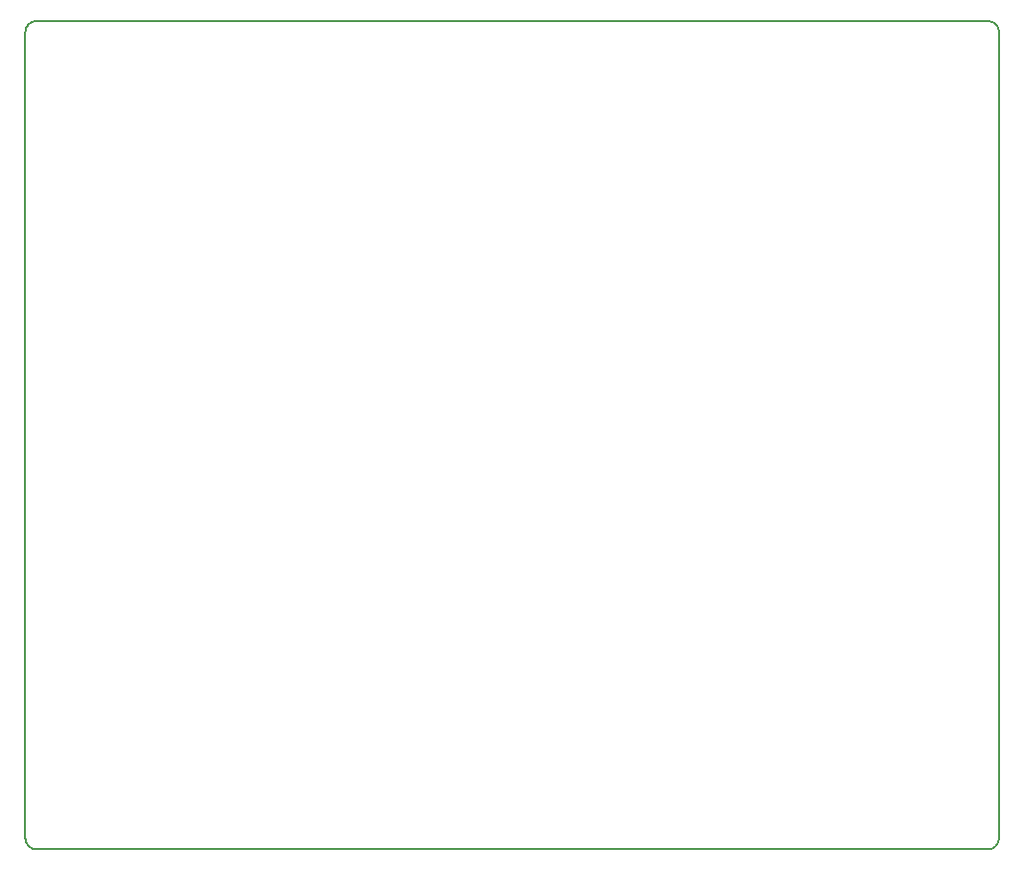
<source format=gbr>
G04 #@! TF.FileFunction,Profile,NP*
%FSLAX46Y46*%
G04 Gerber Fmt 4.6, Leading zero omitted, Abs format (unit mm)*
G04 Created by KiCad (PCBNEW 4.0.4-stable) date 03/22/17 10:00:08*
%MOMM*%
%LPD*%
G01*
G04 APERTURE LIST*
%ADD10C,0.100000*%
%ADD11C,0.150000*%
G04 APERTURE END LIST*
D10*
D11*
X99500000Y-64800000D02*
G75*
G03X98500000Y-65800000I0J-1000000D01*
G01*
X98500000Y-137000000D02*
X98500000Y-65800000D01*
X183500000Y-64800000D02*
X99500000Y-64800000D01*
X184500000Y-65800000D02*
G75*
G03X183500000Y-64800000I-1000000J0D01*
G01*
X184500000Y-137000000D02*
X184500000Y-65800000D01*
X183500000Y-138000000D02*
G75*
G03X184500000Y-137000000I0J1000000D01*
G01*
X99500000Y-138000000D02*
X183500000Y-138000000D01*
X98500000Y-137000000D02*
G75*
G03X99500000Y-138000000I1000000J0D01*
G01*
M02*

</source>
